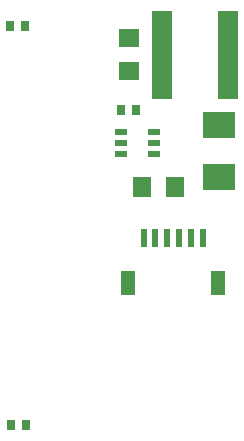
<source format=gtp>
G75*
%MOIN*%
%OFA0B0*%
%FSLAX25Y25*%
%IPPOS*%
%LPD*%
%AMOC8*
5,1,8,0,0,1.08239X$1,22.5*
%
%ADD10R,0.06299X0.07087*%
%ADD11R,0.07087X0.06299*%
%ADD12R,0.02362X0.06102*%
%ADD13R,0.04724X0.07874*%
%ADD14R,0.02756X0.03543*%
%ADD15R,0.04331X0.02362*%
%ADD16R,0.07087X0.29528*%
%ADD17R,0.10799X0.08500*%
D10*
X0295488Y0301500D03*
X0306512Y0301500D03*
D11*
X0291000Y0339988D03*
X0291000Y0351012D03*
D12*
X0296000Y0284500D03*
X0299937Y0284500D03*
X0303874Y0284500D03*
X0307811Y0284500D03*
X0311748Y0284500D03*
X0315685Y0284500D03*
D13*
X0320803Y0269441D03*
X0290882Y0269441D03*
D14*
X0251691Y0222000D03*
X0256809Y0222000D03*
X0288441Y0327000D03*
X0293559Y0327000D03*
X0256559Y0355000D03*
X0251441Y0355000D03*
D15*
X0288488Y0319740D03*
X0288488Y0316000D03*
X0288488Y0312260D03*
X0299512Y0312260D03*
X0299512Y0316000D03*
X0299512Y0319740D03*
D16*
X0301976Y0345500D03*
X0324024Y0345500D03*
D17*
X0321000Y0322201D03*
X0321000Y0304799D03*
M02*

</source>
